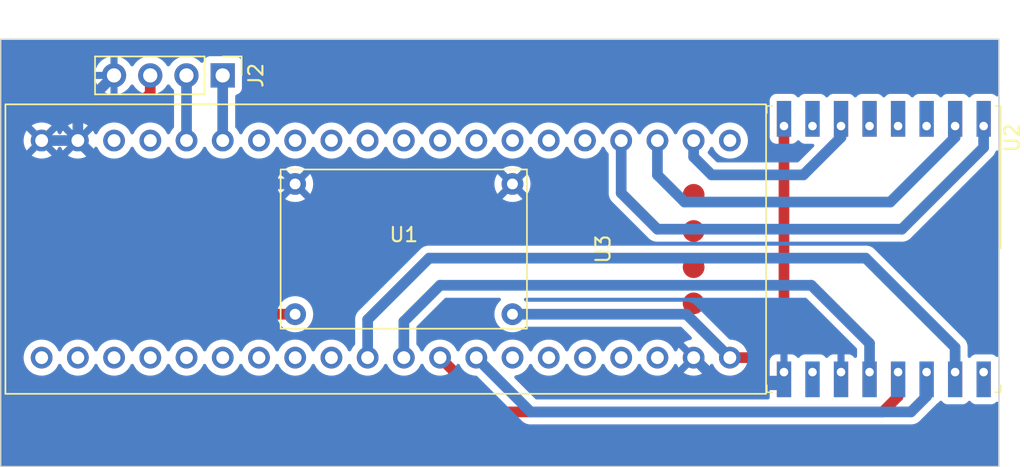
<source format=kicad_pcb>
(kicad_pcb (version 20221018) (generator pcbnew)
  (layers (0 "F.Cu" signal) (31 "B.Cu" signal) (34 "B.Paste" user) (35 "F.Paste" user) (36 "B.SilkS" user "B.Silkscreen") (37 "F.SilkS" user "F.Silkscreen") (38 "B.Mask" user) (39 "F.Mask" user) (44 "Edge.Cuts" user))
  (net 0 "")
  (net 1 "/PPM OUT")
  (net 2 "/PPM IN")
  (net 3 "+BATT")
  (net 4 "GND")
  (net 5 "+3V3")
  (net 6 "/RESET")
  (net 7 "/INTER")
  (net 11 "/AUX")
  (net 14 "/SCK")
  (net 15 "/MISO")
  (net 16 "/MOSI")
  (net 17 "/NSS")
  (net 48 "unconnected-(U3-PadPA0)")
  (footprint "My_Library:HOPERF_RFM69HW" (layer "F.Cu") (at 173.36 96.393 -90)
    (fp_text reference "U2" (at -7.8 -9 90) (layer "F.SilkS"))
    (fp_text value "RFM69HW")
    (fp_line (start -10.05 -8.2) (end -10.05 -7.8) (stroke (width 0.1)) (layer "F.SilkS"))
    (fp_line (start -10.05 -8.2) (end -0.05 -8.2) (stroke (width 0.1)) (layer "F.SilkS"))
    (fp_line (start -10.05 7.8) (end -10.05 8.2) (stroke (width 0.1)) (layer "F.SilkS"))
    (fp_line (start -10.05 8.2) (end -9.55 8.2) (stroke (width 0.1)) (layer "F.SilkS"))
    (fp_line (start 9.55 -8.2) (end 10.05 -8.2) (stroke (width 0.1)) (layer "F.SilkS"))
    (fp_line (start 9.55 8.2) (end 10.05 8.2) (stroke (width 0.1)) (layer "F.SilkS"))
    (fp_line (start 10.05 -8.2) (end 10.05 -7.8) (stroke (width 0.1)) (layer "F.SilkS"))
    (fp_line (start 10.05 7.8) (end 10.05 8.2) (stroke (width 0.1)) (layer "F.SilkS"))
    (pad "1" thru_hole rect (at -8.636 -7 270) (size 2.5 1) (drill 0.6 (offset -0.508 0)) (layers "*.Cu" "*.Mask") (net 6 "/RESET"))
    (pad "2" thru_hole rect (at -8.636 -5 270) (size 2.5 1) (drill 0.6 (offset -0.508 0)) (layers "*.Cu" "*.Mask") (net 7 "/INTER"))
    (pad "3" thru_hole rect (at -8.636 -3 270) (size 2.5 1) (drill 0.6 (offset -0.508 0)) (layers "*.Cu" "*.Mask"))
    (pad "4" thru_hole rect (at -8.636 -1 270) (size 2.5 1) (drill 0.6 (offset -0.508 0)) (layers "*.Cu" "*.Mask"))
    (pad "5" thru_hole rect (at -8.636 1 270) (size 2.5 1) (drill 0.6 (offset -0.508 0)) (layers "*.Cu" "*.Mask"))
    (pad "6" thru_hole rect (at -8.636 3 270) (size 2.5 1) (drill 0.6 (offset -0.508 0)) (layers "*.Cu" "*.Mask") (net 11 "/AUX"))
    (pad "7" thru_hole rect (at -8.636 5 270) (size 2.5 1) (drill 0.6 (offset -0.508 0)) (layers "*.Cu" "*.Mask"))
    (pad "8" thru_hole rect (at -8.636 7 270) (size 2.5 1) (drill 0.6 (offset -0.508 0)) (layers "*.Cu" "*.Mask") (net 5 "+3V3"))
    (pad "9" thru_hole rect (at 8.636 7 90) (size 2.5 1) (drill 0.6 (offset -0.508 0)) (layers "*.Cu" "*.Mask") (net 4 "GND"))
    (pad "10" thru_hole rect (at 8.636 5 90) (size 2.5 1) (drill 0.6 (offset -0.508 0)) (layers "*.Cu" "*.Mask"))
    (pad "11" thru_hole rect (at 8.636 3 90) (size 2.5 1) (drill 0.6 (offset -0.508 0)) (layers "*.Cu" "*.Mask") (net 4 "GND"))
    (pad "12" thru_hole rect (at 8.636 1 90) (size 2.5 1) (drill 0.6 (offset -0.508 0)) (layers "*.Cu" "*.Mask") (net 14 "/SCK"))
    (pad "13" thru_hole rect (at 8.636 -1 90) (size 2.5 1) (drill 0.6 (offset -0.508 0)) (layers "*.Cu" "*.Mask") (net 15 "/MISO"))
    (pad "14" thru_hole rect (at 8.636 -3 90) (size 2.5 1) (drill 0.6 (offset -0.508 0)) (layers "*.Cu" "*.Mask") (net 16 "/MOSI"))
    (pad "15" thru_hole rect (at 8.636 -5 90) (size 2.5 1) (drill 0.6 (offset -0.508 0)) (layers "*.Cu" "*.Mask") (net 17 "/NSS"))
    (pad "16" thru_hole rect (at 8.636 -7 90) (size 2.5 1) (drill 0.6 (offset -0.508 0)) (layers "*.Cu" "*.Mask"))
  )
  (footprint "Connector_PinHeader_2.54mm:PinHeader_1x04_P2.54mm_Vertical" (layer "F.Cu") (at 127 84.201 -90)
    (fp_text reference "J2" (at 0 -2.33 90) (layer "F.SilkS"))
    (fp_text value "Remote Umbilical")
    (fp_line (start -1.33 -1.33) (end 0 -1.33) (stroke (width 0.12)) (layer "F.SilkS"))
    (fp_line (start -1.33 0) (end -1.33 -1.33) (stroke (width 0.12)) (layer "F.SilkS"))
    (fp_line (start -1.33 1.27) (end -1.33 8.95) (stroke (width 0.12)) (layer "F.SilkS"))
    (fp_line (start -1.33 1.27) (end 1.33 1.27) (stroke (width 0.12)) (layer "F.SilkS"))
    (fp_line (start -1.33 8.95) (end 1.33 8.95) (stroke (width 0.12)) (layer "F.SilkS"))
    (fp_line (start 1.33 1.27) (end 1.33 8.95) (stroke (width 0.12)) (layer "F.SilkS"))
    (pad "1" thru_hole rect (at 0 0 270) (size 1.7 1.7) (drill 1) (layers "*.Cu" "*.Mask") (net 1 "/PPM OUT"))
    (pad "2" thru_hole oval (at 0 2.54 270) (size 1.7 1.7) (drill 1) (layers "*.Cu" "*.Mask") (net 2 "/PPM IN"))
    (pad "3" thru_hole oval (at 0 5.08 270) (size 1.7 1.7) (drill 1) (layers "*.Cu" "*.Mask") (net 3 "+BATT"))
    (pad "4" thru_hole oval (at 0 7.62 270) (size 1.7 1.7) (drill 1) (layers "*.Cu" "*.Mask") (net 4 "GND"))
  )
  (footprint "My_Library:blue_pill" (layer "F.Cu") (at 137.165 96.393 90)
    (fp_text reference "U3" (at 0 16.51 90) (layer "F.SilkS"))
    (fp_text value "BP")
    (fp_rect (start -10.16 -25.4) (end 10.16 27.94) (stroke (width 0.12)) (fill none) (layer "F.SilkS"))
    (pad "3V3" thru_hole circle (at -7.62 25.4 90) (size 1.524 1.524) (drill 0.9) (layers "*.Cu" "*.Mask") (net 5 "+3V3"))
    (pad "3V3" smd circle (at -3.81 22.86 90) (size 1.524 1.524) (layers "F.Cu" "F.Paste" "F.Mask") (net 5 "+3V3"))
    (pad "3V3" smd circle (at 1.27 -10.16 90) (size 1.524 1.524) (layers "F.Cu" "F.Paste" "F.Mask") (net 5 "+3V3"))
    (pad "3V3" smd circle (at 3.81 -10.16 90) (size 1.524 1.524) (layers "F.Cu" "F.Paste" "F.Mask") (net 5 "+3V3"))
    (pad "3V3" thru_hole circle (at 7.62 -17.78 90) (size 1.524 1.524) (drill 0.9) (layers "*.Cu" "*.Mask") (net 5 "+3V3"))
    (pad "5V" thru_hole circle (at -7.62 20.32 90) (size 1.524 1.524) (drill 0.9) (layers "*.Cu" "*.Mask"))
    (pad "BOOT" smd circle (at 3.81 -12.7 90) (size 1.524 1.524) (layers "F.Cu" "F.Paste" "F.Mask"))
    (pad "G" thru_hole circle (at -7.62 22.86 90) (size 1.524 1.524) (drill 0.9) (layers "*.Cu" "*.Mask") (net 4 "GND"))
    (pad "G" smd circle (at 1.27 -15.24 90) (size 1.524 1.524) (layers "F.Cu" "F.Paste" "F.Mask") (net 4 "GND"))
    (pad "G" smd circle (at 3.81 -15.24 90) (size 1.524 1.524) (layers "F.Cu" "F.Paste" "F.Mask") (net 4 "GND"))
    (pad "G" smd circle (at 3.81 22.86 90) (size 1.524 1.524) (layers "F.Cu" "F.Paste" "F.Mask") (net 4 "GND"))
    (pad "G" thru_hole circle (at 7.62 -22.86 90) (size 1.524 1.524) (drill 0.9) (layers "*.Cu" "*.Mask") (net 4 "GND"))
    (pad "G" thru_hole circle (at 7.62 -20.32 90) (size 1.524 1.524) (drill 0.9) (layers "*.Cu" "*.Mask") (net 4 "GND"))
    (pad "NRST" thru_hole circle (at 7.62 -15.24 90) (size 1.524 1.524) (drill 0.9) (layers "*.Cu" "*.Mask"))
    (pad "PA0" thru_hole circle (at 7.62 15.24 90) (size 1.524 1.524) (drill 0.9) (layers "*.Cu" "*.Mask") (net 48 "unconnected-(U3-PadPA0)"))
    (pad "PA1" thru_hole circle (at 7.62 12.7 90) (size 1.524 1.524) (drill 0.9) (layers "*.Cu" "*.Mask"))
    (pad "PA2" thru_hole circle (at 7.62 10.16 90) (size 1.524 1.524) (drill 0.9) (layers "*.Cu" "*.Mask"))
    (pad "PA3" thru_hole circle (at 7.62 7.62 90) (size 1.524 1.524) (drill 0.9) (layers "*.Cu" "*.Mask"))
    (pad "PA4" thru_hole circle (at 7.62 5.08 90) (size 1.524 1.524) (drill 0.9) (layers "*.Cu" "*.Mask") (net 17 "/NSS"))
    (pad "PA5" thru_hole circle (at 7.62 2.54 90) (size 1.524 1.524) (drill 0.9) (layers "*.Cu" "*.Mask") (net 14 "/SCK"))
    (pad "PA6" thru_hole circle (at 7.62 0 90) (size 1.524 1.524) (drill 0.9) (layers "*.Cu" "*.Mask") (net 15 "/MISO"))
    (pad "PA7" thru_hole circle (at 7.62 -2.54 90) (size 1.524 1.524) (drill 0.9) (layers "*.Cu" "*.Mask") (net 16 "/MOSI"))
    (pad "PA8" thru_hole circle (at -7.62 -12.7 90) (size 1.524 1.524) (drill 0.9) (layers "*.Cu" "*.Mask"))
    (pad "PA9" thru_hole circle (at -7.62 -10.16 90) (size 1.524 1.524) (drill 0.9) (layers "*.Cu" "*.Mask"))
    (pad "PA10" thru_hole circle (at -7.62 -7.62 90) (size 1.524 1.524) (drill 0.9) (layers "*.Cu" "*.Mask"))
    (pad "PA11" thru_hole circle (at -7.62 -5.08 90) (size 1.524 1.524) (drill 0.9) (layers "*.Cu" "*.Mask"))
    (pad "PA12" thru_hole circle (at -7.62 -2.54 90) (size 1.524 1.524) (drill 0.9) (layers "*.Cu" "*.Mask"))
    (pad "PA15" thru_hole circle (at -7.62 0 90) (size 1.524 1.524) (drill 0.9) (layers "*.Cu" "*.Mask"))
    (pad "PB0" thru_hole circle (at 7.62 -5.08 90) (size 1.524 1.524) (drill 0.9) (layers "*.Cu" "*.Mask"))
    (pad "PB1" thru_hole circle (at 7.62 -7.62 90) (size 1.524 1.524) (drill 0.9) (layers "*.Cu" "*.Mask"))
    (pad "PB2" smd circle (at 1.27 -12.7 90) (size 1.524 1.524) (layers "F.Cu" "F.Paste" "F.Mask"))
    (pad "PB3" thru_hole circle (at -7.62 2.54 90) (size 1.524 1.524) (drill 0.9) (layers "*.Cu" "*.Mask"))
    (pad "PB4" thru_hole circle (at -7.62 5.08 90) (size 1.524 1.524) (drill 0.9) (layers "*.Cu" "*.Mask"))
    (pad "PB5" thru_hole circle (at -7.62 7.62 90) (size 1.524 1.524) (drill 0.9) (layers "*.Cu" "*.Mask"))
    (pad "PB6" thru_hole circle (at -7.62 10.16 90) (size 1.524 1.524) (drill 0.9) (layers "*.Cu" "*.Mask"))
    (pad "PB7" thru_hole circle (at -7.62 12.7 90) (size 1.524 1.524) (drill 0.9) (layers "*.Cu" "*.Mask"))
    (pad "PB8" thru_hole circle (at -7.62 15.24 90) (size 1.524 1.524) (drill 0.9) (layers "*.Cu" "*.Mask"))
    (pad "PB9" thru_hole circle (at -7.62 17.78 90) (size 1.524 1.524) (drill 0.9) (layers "*.Cu" "*.Mask"))
    (pad "PB10" thru_hole circle (at 7.62 -10.16 90) (size 1.524 1.524) (drill 0.9) (layers "*.Cu" "*.Mask") (net 1 "/PPM OUT"))
    (pad "PB11" thru_hole circle (at 7.62 -12.7 90) (size 1.524 1.524) (drill 0.9) (layers "*.Cu" "*.Mask") (net 2 "/PPM IN"))
    (pad "PB12" thru_hole circle (at -7.62 -22.86 90) (size 1.524 1.524) (drill 0.9) (layers "*.Cu" "*.Mask"))
    (pad "PB13" thru_hole circle (at -7.62 -20.32 90) (size 1.524 1.524) (drill 0.9) (layers "*.Cu" "*.Mask"))
    (pad "PB14" thru_hole circle (at -7.62 -17.78 90) (size 1.524 1.524) (drill 0.9) (layers "*.Cu" "*.Mask"))
    (pad "PB15" thru_hole circle (at -7.62 -15.24 90) (size 1.524 1.524) (drill 0.9) (layers "*.Cu" "*.Mask"))
    (pad "PC13" thru_hole circle (at 7.62 22.86 90) (size 1.524 1.524) (drill 0.9) (layers "*.Cu" "*.Mask") (net 11 "/AUX"))
    (pad "PC14" thru_hole circle (at 7.62 20.32 90) (size 1.524 1.524) (drill 0.9) (layers "*.Cu" "*.Mask") (net 7 "/INTER"))
    (pad "PC15" thru_hole circle (at 7.62 17.78 90) (size 1.524 1.524) (drill 0.9) (layers "*.Cu" "*.Mask") (net 6 "/RESET"))
    (pad "SCK" smd circle (at 1.27 22.86 90) (size 1.524 1.524) (layers "F.Cu" "F.Paste" "F.Mask"))
    (pad "SWO" smd circle (at -1.27 22.86 90) (size 1.524 1.524) (layers "F.Cu" "F.Paste" "F.Mask"))
    (pad "VBAT" thru_hole circle (at 7.62 25.4 90) (size 1.524 1.524) (drill 0.9) (layers "*.Cu" "*.Mask"))
  )
  (footprint "My_Library:Mini360" (layer "F.Cu") (at 139.7 96.393)
    (fp_text reference "U1" (at 0 -1.008 unlocked) (layer "F.SilkS"))
    (fp_text value "Mini360")
    (fp_rect (start 8.636 -5.588) (end -8.636 5.588) (stroke (width 0.12)) (fill none) (layer "F.SilkS"))
    (pad "1" thru_hole circle (at -7.62 -4.572) (size 1.524 1.524) (drill 0.762) (layers "*.Cu" "*.Mask") (net 4 "GND"))
    (pad "2" thru_hole circle (at -7.62 4.572) (size 1.524 1.524) (drill 0.762) (layers "*.Cu" "*.Mask") (net 3 "+BATT"))
    (pad "3" thru_hole circle (at 7.62 -4.572) (size 1.524 1.524) (drill 0.762) (layers "*.Cu" "*.Mask") (net 4 "GND"))
    (pad "4" thru_hole circle (at 7.62 4.572) (size 1.524 1.524) (drill 0.762) (layers "*.Cu" "*.Mask") (net 5 "+3V3"))
  )
  (gr_rect (start 111.435 81.661) (end 181.435 111.661) (stroke (width 0.1)) (fill none) (layer "Edge.Cuts"))
  (segment (start 127 84.201) (end 127 88.768) (width 0.75) (layer "B.Cu") (net 1))
  (segment (start 127 88.768) (end 127.005 88.773) (width 0.75) (layer "B.Cu") (net 1))
  (segment (start 124.465 88.773) (end 124.465 84.206) (width 0.75) (layer "B.Cu") (net 2))
  (segment (start 124.465 84.206) (end 124.46 84.201) (width 0.75) (layer "B.Cu") (net 2))
  (segment (start 132.08 100.965) (end 120.904 100.965) (width 0.75) (layer "F.Cu") (net 3))
  (segment (start 113.665 86.741) (end 120.65 86.741) (width 0.75) (layer "F.Cu") (net 3))
  (segment (start 121.92 85.471) (end 121.92 84.201) (width 0.75) (layer "F.Cu") (net 3))
  (segment (start 120.904 100.965) (end 112.395 92.456) (width 0.75) (layer "F.Cu") (net 3))
  (segment (start 112.395 88.011) (end 113.665 86.741) (width 0.75) (layer "F.Cu") (net 3))
  (segment (start 120.65 86.741) (end 121.92 85.471) (width 0.75) (layer "F.Cu") (net 3))
  (segment (start 112.395 92.456) (end 112.395 88.011) (width 0.75) (layer "F.Cu") (net 3))
  (segment (start 116.845 88.773) (end 116.845 86.736) (width 0.75) (layer "B.Cu") (net 4))
  (segment (start 165.935 105.918) (end 161.93 105.918) (width 0.75) (layer "B.Cu") (net 4))
  (segment (start 166.36 105.493) (end 165.935 105.918) (width 0.75) (layer "B.Cu") (net 4))
  (segment (start 132.08 91.821) (end 119.893 91.821) (width 0.75) (layer "B.Cu") (net 4))
  (segment (start 114.305 88.773) (end 116.845 88.773) (width 0.75) (layer "B.Cu") (net 4))
  (segment (start 116.845 86.736) (end 119.38 84.201) (width 0.75) (layer "B.Cu") (net 4))
  (segment (start 161.93 105.918) (end 160.025 104.013) (width 0.75) (layer "B.Cu") (net 4))
  (segment (start 119.893 91.821) (end 116.845 88.773) (width 0.75) (layer "B.Cu") (net 4))
  (segment (start 162.565 104.013) (end 164.47 104.013) (width 0.75) (layer "F.Cu") (net 5))
  (segment (start 166.375 102.108) (end 166.375 101.473) (width 0.75) (layer "F.Cu") (net 5))
  (segment (start 164.47 104.013) (end 166.375 102.108) (width 0.75) (layer "F.Cu") (net 5))
  (segment (start 166.375 101.473) (end 166.36 101.458) (width 0.75) (layer "F.Cu") (net 5))
  (segment (start 166.36 101.458) (end 166.36 87.293) (width 0.75) (layer "F.Cu") (net 5))
  (segment (start 147.32 100.965) (end 159.517 100.965) (width 0.75) (layer "B.Cu") (net 5))
  (segment (start 159.517 100.965) (end 162.565 104.013) (width 0.75) (layer "B.Cu") (net 5))
  (segment (start 174.625 94.996) (end 157.48 94.996) (width 0.75) (layer "B.Cu") (net 6))
  (segment (start 157.48 94.996) (end 154.945 92.461) (width 0.75) (layer "B.Cu") (net 6))
  (segment (start 180.36 87.293) (end 180.36 89.261) (width 0.75) (layer "B.Cu") (net 6))
  (segment (start 180.36 89.261) (end 174.625 94.996) (width 0.75) (layer "B.Cu") (net 6))
  (segment (start 154.945 92.461) (end 154.945 88.773) (width 0.75) (layer "B.Cu") (net 6))
  (segment (start 159.385 93.091) (end 157.485 91.191) (width 0.75) (layer "B.Cu") (net 7))
  (segment (start 173.812 93.091) (end 159.385 93.091) (width 0.75) (layer "B.Cu") (net 7))
  (segment (start 157.485 91.191) (end 157.485 88.773) (width 0.75) (layer "B.Cu") (net 7))
  (segment (start 178.36 87.293) (end 178.36 88.543) (width 0.75) (layer "B.Cu") (net 7))
  (segment (start 178.36 88.543) (end 173.812 93.091) (width 0.75) (layer "B.Cu") (net 7))
  (segment (start 170.36 88.543) (end 167.717 91.186) (width 0.75) (layer "B.Cu") (net 11))
  (segment (start 167.717 91.186) (end 161.29 91.186) (width 0.75) (layer "B.Cu") (net 11))
  (segment (start 161.29 91.186) (end 160.025 89.921) (width 0.75) (layer "B.Cu") (net 11))
  (segment (start 160.025 89.921) (end 160.025 88.773) (width 0.75) (layer "B.Cu") (net 11))
  (segment (start 170.36 87.293) (end 170.36 88.543) (width 0.75) (layer "B.Cu") (net 11))
  (segment (start 139.705 101.473) (end 139.705 104.013) (width 0.75) (layer "B.Cu") (net 14))
  (segment (start 172.36 103.013) (end 168.28 98.933) (width 0.75) (layer "B.Cu") (net 14))
  (segment (start 172.36 105.493) (end 172.36 103.013) (width 0.75) (layer "B.Cu") (net 14))
  (segment (start 142.245 98.933) (end 139.705 101.473) (width 0.75) (layer "B.Cu") (net 14))
  (segment (start 168.28 98.933) (end 142.245 98.933) (width 0.75) (layer "B.Cu") (net 14))
  (segment (start 174.36 105.493) (end 174.36 106.743) (width 0.75) (layer "F.Cu") (net 15))
  (segment (start 174.36 106.743) (end 173.28 107.823) (width 0.75) (layer "F.Cu") (net 15))
  (segment (start 146.055 107.823) (end 142.245 104.013) (width 0.75) (layer "F.Cu") (net 15))
  (segment (start 173.28 107.823) (end 146.055 107.823) (width 0.75) (layer "F.Cu") (net 15))
  (segment (start 144.785 104.013) (end 148.595 107.823) (width 0.75) (layer "B.Cu") (net 16))
  (segment (start 148.595 107.823) (end 175.265 107.823) (width 0.75) (layer "B.Cu") (net 16))
  (segment (start 176.36 106.728) (end 176.36 105.493) (width 0.75) (layer "B.Cu") (net 16))
  (segment (start 175.265 107.823) (end 176.36 106.728) (width 0.75) (layer "B.Cu") (net 16))
  (segment (start 137.165 101.341) (end 141.478 97.028) (width 0.75) (layer "B.Cu") (net 17))
  (segment (start 172.09 97.028) (end 178.36 103.298) (width 0.75) (layer "B.Cu") (net 17))
  (segment (start 137.165 104.013) (end 137.165 101.341) (width 0.75) (layer "B.Cu") (net 17))
  (segment (start 178.36 103.298) (end 178.36 105.493) (width 0.75) (layer "B.Cu") (net 17))
  (segment (start 141.478 97.028) (end 172.09 97.028) (width 0.75) (layer "B.Cu") (net 17))
  (segment (start 152.415 88.763) (end 152.405 88.773) (width 0.75) (layer "B.Cu") (net 48))
  (zone (net 4) (net_name "GND") (layer "B.Cu") (connect_pads (clearance 0.5)) (min_thickness 0.25) (fill yes (thermal_gap 0.5) (thermal_bridge_width 0.5))
    (polygon (pts (xy 111.435 111.661) (xy 111.435 81.661) (xy 181.435 81.661) (xy 181.435 111.661)))
  )
)
</source>
